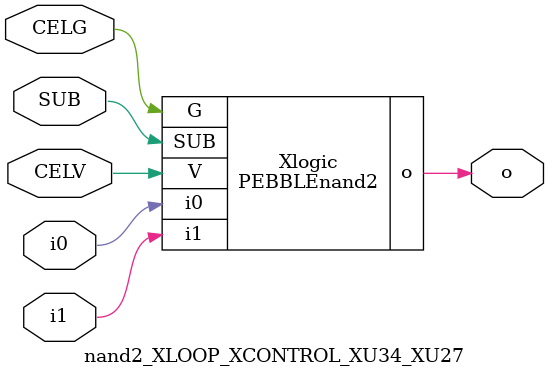
<source format=v>



module PEBBLEnand2 ( o, G, SUB, V, i0, i1 );

  input i0;
  input V;
  input i1;
  input G;
  output o;
  input SUB;
endmodule

//Celera Confidential Do Not Copy nand2_XLOOP_XCONTROL_XU34_XU27
//Celera Confidential Symbol Generator
//5V NAND2
module nand2_XLOOP_XCONTROL_XU34_XU27 (CELV,CELG,i0,i1,o,SUB);
input CELV;
input CELG;
input i0;
input i1;
input SUB;
output o;

//Celera Confidential Do Not Copy nand2
PEBBLEnand2 Xlogic(
.V (CELV),
.i0 (i0),
.i1 (i1),
.o (o),
.SUB (SUB),
.G (CELG)
);
//,diesize,PEBBLEnand2

//Celera Confidential Do Not Copy Module End
//Celera Schematic Generator
endmodule

</source>
